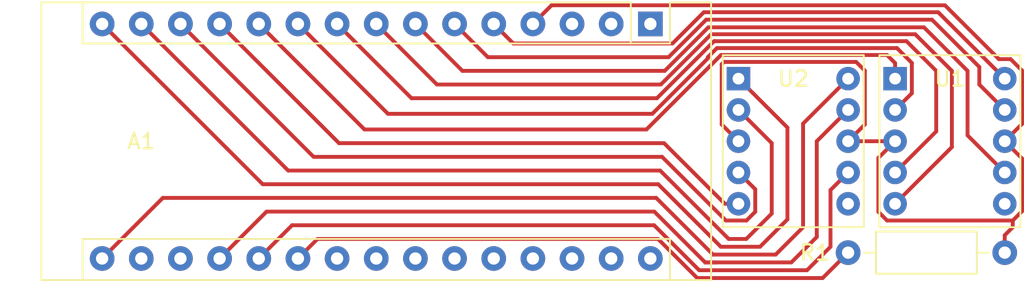
<source format=kicad_pcb>
(kicad_pcb (version 20171130) (host pcbnew 5.1.4)

  (general
    (thickness 1.6)
    (drawings 0)
    (tracks 141)
    (zones 0)
    (modules 4)
    (nets 33)
  )

  (page A4)
  (layers
    (0 F.Cu signal)
    (31 B.Cu signal)
    (32 B.Adhes user)
    (33 F.Adhes user)
    (34 B.Paste user)
    (35 F.Paste user)
    (36 B.SilkS user)
    (37 F.SilkS user)
    (38 B.Mask user)
    (39 F.Mask user)
    (40 Dwgs.User user)
    (41 Cmts.User user)
    (42 Eco1.User user)
    (43 Eco2.User user)
    (44 Edge.Cuts user)
    (45 Margin user)
    (46 B.CrtYd user)
    (47 F.CrtYd user)
    (48 B.Fab user)
    (49 F.Fab user)
  )

  (setup
    (last_trace_width 0.25)
    (trace_clearance 0.2)
    (zone_clearance 0.508)
    (zone_45_only no)
    (trace_min 0.2)
    (via_size 0.8)
    (via_drill 0.4)
    (via_min_size 0.4)
    (via_min_drill 0.3)
    (uvia_size 0.3)
    (uvia_drill 0.1)
    (uvias_allowed no)
    (uvia_min_size 0.2)
    (uvia_min_drill 0.1)
    (edge_width 0.05)
    (segment_width 0.2)
    (pcb_text_width 0.3)
    (pcb_text_size 1.5 1.5)
    (mod_edge_width 0.12)
    (mod_text_size 1 1)
    (mod_text_width 0.15)
    (pad_size 1.524 1.524)
    (pad_drill 0.762)
    (pad_to_mask_clearance 0.051)
    (solder_mask_min_width 0.25)
    (aux_axis_origin 0 0)
    (visible_elements FFFFFF7F)
    (pcbplotparams
      (layerselection 0x010fc_ffffffff)
      (usegerberextensions false)
      (usegerberattributes false)
      (usegerberadvancedattributes false)
      (creategerberjobfile false)
      (excludeedgelayer true)
      (linewidth 0.100000)
      (plotframeref false)
      (viasonmask false)
      (mode 1)
      (useauxorigin false)
      (hpglpennumber 1)
      (hpglpenspeed 20)
      (hpglpendiameter 15.000000)
      (psnegative false)
      (psa4output false)
      (plotreference true)
      (plotvalue true)
      (plotinvisibletext false)
      (padsonsilk false)
      (subtractmaskfromsilk false)
      (outputformat 1)
      (mirror false)
      (drillshape 1)
      (scaleselection 1)
      (outputdirectory ""))
  )

  (net 0 "")
  (net 1 deci_F)
  (net 2 GND)
  (net 3 deci_G)
  (net 4 unit_A)
  (net 5 "Net-(A1-Pad21)")
  (net 6 unit_B)
  (net 7 unit_C)
  (net 8 unit_D)
  (net 9 unit_E)
  (net 10 unit_F)
  (net 11 unit_G)
  (net 12 deci_A)
  (net 13 deci_B)
  (net 14 deci_C)
  (net 15 deci_D)
  (net 16 deci_E)
  (net 17 "Net-(A1-Pad1)")
  (net 18 "Net-(A1-Pad17)")
  (net 19 "Net-(A1-Pad2)")
  (net 20 "Net-(A1-Pad18)")
  (net 21 "Net-(A1-Pad3)")
  (net 22 "Net-(A1-Pad22)")
  (net 23 "Net-(A1-Pad23)")
  (net 24 "Net-(A1-Pad24)")
  (net 25 "Net-(A1-Pad25)")
  (net 26 "Net-(A1-Pad26)")
  (net 27 "Net-(A1-Pad27)")
  (net 28 "Net-(A1-Pad28)")
  (net 29 "Net-(A1-Pad29)")
  (net 30 "Net-(A1-Pad30)")
  (net 31 "Net-(U1-Pad9)")
  (net 32 "Net-(U2-Pad9)")

  (net_class Default "This is the default net class."
    (clearance 0.2)
    (trace_width 0.25)
    (via_dia 0.8)
    (via_drill 0.4)
    (uvia_dia 0.3)
    (uvia_drill 0.1)
    (add_net GND)
    (add_net "Net-(A1-Pad1)")
    (add_net "Net-(A1-Pad17)")
    (add_net "Net-(A1-Pad18)")
    (add_net "Net-(A1-Pad2)")
    (add_net "Net-(A1-Pad21)")
    (add_net "Net-(A1-Pad22)")
    (add_net "Net-(A1-Pad23)")
    (add_net "Net-(A1-Pad24)")
    (add_net "Net-(A1-Pad25)")
    (add_net "Net-(A1-Pad26)")
    (add_net "Net-(A1-Pad27)")
    (add_net "Net-(A1-Pad28)")
    (add_net "Net-(A1-Pad29)")
    (add_net "Net-(A1-Pad3)")
    (add_net "Net-(A1-Pad30)")
    (add_net "Net-(U1-Pad9)")
    (add_net "Net-(U2-Pad9)")
    (add_net deci_A)
    (add_net deci_B)
    (add_net deci_C)
    (add_net deci_D)
    (add_net deci_E)
    (add_net deci_F)
    (add_net deci_G)
    (add_net unit_A)
    (add_net unit_B)
    (add_net unit_C)
    (add_net unit_D)
    (add_net unit_E)
    (add_net unit_F)
    (add_net unit_G)
  )

  (module Module:Arduino_Nano (layer F.Cu) (tedit 58ACAF70) (tstamp 5DC7259B)
    (at 144.78 95.25 270)
    (descr "Arduino Nano, http://www.mouser.com/pdfdocs/Gravitech_Arduino_Nano3_0.pdf")
    (tags "Arduino Nano")
    (path /5DB6812A)
    (fp_text reference A1 (at 7.62 33.02) (layer F.SilkS)
      (effects (font (size 1 1) (thickness 0.15)))
    )
    (fp_text value Arduino_Nano_v2.x (at 8.89 19.05) (layer F.Fab)
      (effects (font (size 1 1) (thickness 0.15)))
    )
    (fp_text user %R (at 6.35 19.05) (layer F.Fab)
      (effects (font (size 1 1) (thickness 0.15)))
    )
    (fp_line (start 1.27 1.27) (end 1.27 -1.27) (layer F.SilkS) (width 0.12))
    (fp_line (start 1.27 -1.27) (end -1.4 -1.27) (layer F.SilkS) (width 0.12))
    (fp_line (start -1.4 1.27) (end -1.4 39.5) (layer F.SilkS) (width 0.12))
    (fp_line (start -1.4 -3.94) (end -1.4 -1.27) (layer F.SilkS) (width 0.12))
    (fp_line (start 13.97 -1.27) (end 16.64 -1.27) (layer F.SilkS) (width 0.12))
    (fp_line (start 13.97 -1.27) (end 13.97 36.83) (layer F.SilkS) (width 0.12))
    (fp_line (start 13.97 36.83) (end 16.64 36.83) (layer F.SilkS) (width 0.12))
    (fp_line (start 1.27 1.27) (end -1.4 1.27) (layer F.SilkS) (width 0.12))
    (fp_line (start 1.27 1.27) (end 1.27 36.83) (layer F.SilkS) (width 0.12))
    (fp_line (start 1.27 36.83) (end -1.4 36.83) (layer F.SilkS) (width 0.12))
    (fp_line (start 3.81 31.75) (end 11.43 31.75) (layer F.Fab) (width 0.1))
    (fp_line (start 11.43 31.75) (end 11.43 41.91) (layer F.Fab) (width 0.1))
    (fp_line (start 11.43 41.91) (end 3.81 41.91) (layer F.Fab) (width 0.1))
    (fp_line (start 3.81 41.91) (end 3.81 31.75) (layer F.Fab) (width 0.1))
    (fp_line (start -1.4 39.5) (end 16.64 39.5) (layer F.SilkS) (width 0.12))
    (fp_line (start 16.64 39.5) (end 16.64 -3.94) (layer F.SilkS) (width 0.12))
    (fp_line (start 16.64 -3.94) (end -1.4 -3.94) (layer F.SilkS) (width 0.12))
    (fp_line (start 16.51 39.37) (end -1.27 39.37) (layer F.Fab) (width 0.1))
    (fp_line (start -1.27 39.37) (end -1.27 -2.54) (layer F.Fab) (width 0.1))
    (fp_line (start -1.27 -2.54) (end 0 -3.81) (layer F.Fab) (width 0.1))
    (fp_line (start 0 -3.81) (end 16.51 -3.81) (layer F.Fab) (width 0.1))
    (fp_line (start 16.51 -3.81) (end 16.51 39.37) (layer F.Fab) (width 0.1))
    (fp_line (start -1.53 -4.06) (end 16.75 -4.06) (layer F.CrtYd) (width 0.05))
    (fp_line (start -1.53 -4.06) (end -1.53 42.16) (layer F.CrtYd) (width 0.05))
    (fp_line (start 16.75 42.16) (end 16.75 -4.06) (layer F.CrtYd) (width 0.05))
    (fp_line (start 16.75 42.16) (end -1.53 42.16) (layer F.CrtYd) (width 0.05))
    (pad 1 thru_hole rect (at 0 0 270) (size 1.6 1.6) (drill 0.8) (layers *.Cu *.Mask)
      (net 17 "Net-(A1-Pad1)"))
    (pad 17 thru_hole oval (at 15.24 33.02 270) (size 1.6 1.6) (drill 0.8) (layers *.Cu *.Mask)
      (net 18 "Net-(A1-Pad17)"))
    (pad 2 thru_hole oval (at 0 2.54 270) (size 1.6 1.6) (drill 0.8) (layers *.Cu *.Mask)
      (net 19 "Net-(A1-Pad2)"))
    (pad 18 thru_hole oval (at 15.24 30.48 270) (size 1.6 1.6) (drill 0.8) (layers *.Cu *.Mask)
      (net 20 "Net-(A1-Pad18)"))
    (pad 3 thru_hole oval (at 0 5.08 270) (size 1.6 1.6) (drill 0.8) (layers *.Cu *.Mask)
      (net 21 "Net-(A1-Pad3)"))
    (pad 19 thru_hole oval (at 15.24 27.94 270) (size 1.6 1.6) (drill 0.8) (layers *.Cu *.Mask)
      (net 13 deci_B))
    (pad 4 thru_hole oval (at 0 7.62 270) (size 1.6 1.6) (drill 0.8) (layers *.Cu *.Mask)
      (net 2 GND))
    (pad 20 thru_hole oval (at 15.24 25.4 270) (size 1.6 1.6) (drill 0.8) (layers *.Cu *.Mask)
      (net 14 deci_C))
    (pad 5 thru_hole oval (at 0 10.16 270) (size 1.6 1.6) (drill 0.8) (layers *.Cu *.Mask)
      (net 4 unit_A))
    (pad 21 thru_hole oval (at 15.24 22.86 270) (size 1.6 1.6) (drill 0.8) (layers *.Cu *.Mask)
      (net 5 "Net-(A1-Pad21)"))
    (pad 6 thru_hole oval (at 0 12.7 270) (size 1.6 1.6) (drill 0.8) (layers *.Cu *.Mask)
      (net 6 unit_B))
    (pad 22 thru_hole oval (at 15.24 20.32 270) (size 1.6 1.6) (drill 0.8) (layers *.Cu *.Mask)
      (net 22 "Net-(A1-Pad22)"))
    (pad 7 thru_hole oval (at 0 15.24 270) (size 1.6 1.6) (drill 0.8) (layers *.Cu *.Mask)
      (net 7 unit_C))
    (pad 23 thru_hole oval (at 15.24 17.78 270) (size 1.6 1.6) (drill 0.8) (layers *.Cu *.Mask)
      (net 23 "Net-(A1-Pad23)"))
    (pad 8 thru_hole oval (at 0 17.78 270) (size 1.6 1.6) (drill 0.8) (layers *.Cu *.Mask)
      (net 8 unit_D))
    (pad 24 thru_hole oval (at 15.24 15.24 270) (size 1.6 1.6) (drill 0.8) (layers *.Cu *.Mask)
      (net 24 "Net-(A1-Pad24)"))
    (pad 9 thru_hole oval (at 0 20.32 270) (size 1.6 1.6) (drill 0.8) (layers *.Cu *.Mask)
      (net 9 unit_E))
    (pad 25 thru_hole oval (at 15.24 12.7 270) (size 1.6 1.6) (drill 0.8) (layers *.Cu *.Mask)
      (net 25 "Net-(A1-Pad25)"))
    (pad 10 thru_hole oval (at 0 22.86 270) (size 1.6 1.6) (drill 0.8) (layers *.Cu *.Mask)
      (net 10 unit_F))
    (pad 26 thru_hole oval (at 15.24 10.16 270) (size 1.6 1.6) (drill 0.8) (layers *.Cu *.Mask)
      (net 26 "Net-(A1-Pad26)"))
    (pad 11 thru_hole oval (at 0 25.4 270) (size 1.6 1.6) (drill 0.8) (layers *.Cu *.Mask)
      (net 11 unit_G))
    (pad 27 thru_hole oval (at 15.24 7.62 270) (size 1.6 1.6) (drill 0.8) (layers *.Cu *.Mask)
      (net 27 "Net-(A1-Pad27)"))
    (pad 12 thru_hole oval (at 0 27.94 270) (size 1.6 1.6) (drill 0.8) (layers *.Cu *.Mask)
      (net 15 deci_D))
    (pad 28 thru_hole oval (at 15.24 5.08 270) (size 1.6 1.6) (drill 0.8) (layers *.Cu *.Mask)
      (net 28 "Net-(A1-Pad28)"))
    (pad 13 thru_hole oval (at 0 30.48 270) (size 1.6 1.6) (drill 0.8) (layers *.Cu *.Mask)
      (net 16 deci_E))
    (pad 29 thru_hole oval (at 15.24 2.54 270) (size 1.6 1.6) (drill 0.8) (layers *.Cu *.Mask)
      (net 29 "Net-(A1-Pad29)"))
    (pad 14 thru_hole oval (at 0 33.02 270) (size 1.6 1.6) (drill 0.8) (layers *.Cu *.Mask)
      (net 1 deci_F))
    (pad 30 thru_hole oval (at 15.24 0 270) (size 1.6 1.6) (drill 0.8) (layers *.Cu *.Mask)
      (net 30 "Net-(A1-Pad30)"))
    (pad 15 thru_hole oval (at 0 35.56 270) (size 1.6 1.6) (drill 0.8) (layers *.Cu *.Mask)
      (net 3 deci_G))
    (pad 16 thru_hole oval (at 15.24 35.56 270) (size 1.6 1.6) (drill 0.8) (layers *.Cu *.Mask)
      (net 12 deci_A))
    (model ${KISYS3DMOD}/Module.3dshapes/Arduino_Nano_WithMountingHoles.wrl
      (at (xyz 0 0 0))
      (scale (xyz 1 1 1))
      (rotate (xyz 0 0 0))
    )
  )

  (module Resistor_THT:R_Axial_DIN0207_L6.3mm_D2.5mm_P10.16mm_Horizontal (layer F.Cu) (tedit 5AE5139B) (tstamp 5DC750BF)
    (at 157.607 110.109)
    (descr "Resistor, Axial_DIN0207 series, Axial, Horizontal, pin pitch=10.16mm, 0.25W = 1/4W, length*diameter=6.3*2.5mm^2, http://cdn-reichelt.de/documents/datenblatt/B400/1_4W%23YAG.pdf")
    (tags "Resistor Axial_DIN0207 series Axial Horizontal pin pitch 10.16mm 0.25W = 1/4W length 6.3mm diameter 2.5mm")
    (path /5DB636F7)
    (fp_text reference R1 (at -2.159 0) (layer F.SilkS)
      (effects (font (size 1 1) (thickness 0.15)))
    )
    (fp_text value 1k (at 5.08 2.37) (layer F.Fab)
      (effects (font (size 1 1) (thickness 0.15)))
    )
    (fp_line (start 1.93 -1.25) (end 1.93 1.25) (layer F.Fab) (width 0.1))
    (fp_line (start 1.93 1.25) (end 8.23 1.25) (layer F.Fab) (width 0.1))
    (fp_line (start 8.23 1.25) (end 8.23 -1.25) (layer F.Fab) (width 0.1))
    (fp_line (start 8.23 -1.25) (end 1.93 -1.25) (layer F.Fab) (width 0.1))
    (fp_line (start 0 0) (end 1.93 0) (layer F.Fab) (width 0.1))
    (fp_line (start 10.16 0) (end 8.23 0) (layer F.Fab) (width 0.1))
    (fp_line (start 1.81 -1.37) (end 1.81 1.37) (layer F.SilkS) (width 0.12))
    (fp_line (start 1.81 1.37) (end 8.35 1.37) (layer F.SilkS) (width 0.12))
    (fp_line (start 8.35 1.37) (end 8.35 -1.37) (layer F.SilkS) (width 0.12))
    (fp_line (start 8.35 -1.37) (end 1.81 -1.37) (layer F.SilkS) (width 0.12))
    (fp_line (start 1.04 0) (end 1.81 0) (layer F.SilkS) (width 0.12))
    (fp_line (start 9.12 0) (end 8.35 0) (layer F.SilkS) (width 0.12))
    (fp_line (start -1.05 -1.5) (end -1.05 1.5) (layer F.CrtYd) (width 0.05))
    (fp_line (start -1.05 1.5) (end 11.21 1.5) (layer F.CrtYd) (width 0.05))
    (fp_line (start 11.21 1.5) (end 11.21 -1.5) (layer F.CrtYd) (width 0.05))
    (fp_line (start 11.21 -1.5) (end -1.05 -1.5) (layer F.CrtYd) (width 0.05))
    (fp_text user %R (at 5.08 0) (layer F.Fab)
      (effects (font (size 1 1) (thickness 0.15)))
    )
    (pad 1 thru_hole circle (at 0 0) (size 1.6 1.6) (drill 0.8) (layers *.Cu *.Mask)
      (net 5 "Net-(A1-Pad21)"))
    (pad 2 thru_hole oval (at 10.16 0) (size 1.6 1.6) (drill 0.8) (layers *.Cu *.Mask)
      (net 2 GND))
    (model ${KISYS3DMOD}/Resistor_THT.3dshapes/R_Axial_DIN0207_L6.3mm_D2.5mm_P10.16mm_Horizontal.wrl
      (at (xyz 0 0 0))
      (scale (xyz 1 1 1))
      (rotate (xyz 0 0 0))
    )
  )

  (module grip:CAI3191AH (layer F.Cu) (tedit 5DBF0BB5) (tstamp 5DC6F54F)
    (at 160.655 98.806)
    (path /5DB5FD5E)
    (fp_text reference U1 (at 3.556 0) (layer F.SilkS)
      (effects (font (size 1 1) (thickness 0.15)))
    )
    (fp_text value MAN71A (at 3.556 10.668) (layer F.Fab)
      (effects (font (size 1 1) (thickness 0.15)))
    )
    (fp_line (start -1.016 -1.524) (end 8.128 -1.524) (layer F.SilkS) (width 0.12))
    (fp_line (start 8.128 -1.524) (end 8.128 9.652) (layer F.SilkS) (width 0.12))
    (fp_line (start 8.128 9.652) (end -1.016 9.652) (layer F.SilkS) (width 0.12))
    (fp_line (start -1.016 9.652) (end -1.016 -1.524) (layer F.SilkS) (width 0.12))
    (pad 11 thru_hole rect (at 0 0) (size 1.524 1.524) (drill 0.762) (layers *.Cu *.Mask)
      (net 11 unit_G))
    (pad 1 thru_hole circle (at 7.112 0) (size 1.524 1.524) (drill 0.762) (layers *.Cu *.Mask)
      (net 4 unit_A))
    (pad 2 thru_hole circle (at 0 2.032) (size 1.524 1.524) (drill 0.762) (layers *.Cu *.Mask)
      (net 10 unit_F))
    (pad 13 thru_hole circle (at 7.112 2.032) (size 1.524 1.524) (drill 0.762) (layers *.Cu *.Mask)
      (net 6 unit_B))
    (pad 3 thru_hole circle (at 0 4.064) (size 1.524 1.524) (drill 0.762) (layers *.Cu *.Mask)
      (net 2 GND))
    (pad 14 thru_hole circle (at 7.112 4.064) (size 1.524 1.524) (drill 0.762) (layers *.Cu *.Mask)
      (net 2 GND))
    (pad 7 thru_hole circle (at 0 6.096) (size 1.524 1.524) (drill 0.762) (layers *.Cu *.Mask)
      (net 9 unit_E))
    (pad 10 thru_hole circle (at 7.112 6.096) (size 1.524 1.524) (drill 0.762) (layers *.Cu *.Mask)
      (net 7 unit_C))
    (pad 8 thru_hole circle (at 0 8.128) (size 1.524 1.524) (drill 0.762) (layers *.Cu *.Mask)
      (net 8 unit_D))
    (pad 9 thru_hole circle (at 7.112 8.128) (size 1.524 1.524) (drill 0.762) (layers *.Cu *.Mask)
      (net 31 "Net-(U1-Pad9)"))
  )

  (module grip:CAI3191AH (layer F.Cu) (tedit 5DBF0BB5) (tstamp 5DC7114D)
    (at 150.495 98.806)
    (path /5DB5EAD7)
    (fp_text reference U2 (at 3.556 0) (layer F.SilkS)
      (effects (font (size 1 1) (thickness 0.15)))
    )
    (fp_text value MAN71A (at 3.556 10.668) (layer F.Fab)
      (effects (font (size 1 1) (thickness 0.15)))
    )
    (fp_line (start -1.016 9.652) (end -1.016 -1.524) (layer F.SilkS) (width 0.12))
    (fp_line (start 8.128 9.652) (end -1.016 9.652) (layer F.SilkS) (width 0.12))
    (fp_line (start 8.128 -1.524) (end 8.128 9.652) (layer F.SilkS) (width 0.12))
    (fp_line (start -1.016 -1.524) (end 8.128 -1.524) (layer F.SilkS) (width 0.12))
    (pad 9 thru_hole circle (at 7.112 8.128) (size 1.524 1.524) (drill 0.762) (layers *.Cu *.Mask)
      (net 32 "Net-(U2-Pad9)"))
    (pad 8 thru_hole circle (at 0 8.128) (size 1.524 1.524) (drill 0.762) (layers *.Cu *.Mask)
      (net 15 deci_D))
    (pad 10 thru_hole circle (at 7.112 6.096) (size 1.524 1.524) (drill 0.762) (layers *.Cu *.Mask)
      (net 14 deci_C))
    (pad 7 thru_hole circle (at 0 6.096) (size 1.524 1.524) (drill 0.762) (layers *.Cu *.Mask)
      (net 16 deci_E))
    (pad 14 thru_hole circle (at 7.112 4.064) (size 1.524 1.524) (drill 0.762) (layers *.Cu *.Mask)
      (net 2 GND))
    (pad 3 thru_hole circle (at 0 4.064) (size 1.524 1.524) (drill 0.762) (layers *.Cu *.Mask)
      (net 2 GND))
    (pad 13 thru_hole circle (at 7.112 2.032) (size 1.524 1.524) (drill 0.762) (layers *.Cu *.Mask)
      (net 13 deci_B))
    (pad 2 thru_hole circle (at 0 2.032) (size 1.524 1.524) (drill 0.762) (layers *.Cu *.Mask)
      (net 1 deci_F))
    (pad 1 thru_hole circle (at 7.112 0) (size 1.524 1.524) (drill 0.762) (layers *.Cu *.Mask)
      (net 12 deci_A))
    (pad 11 thru_hole rect (at 0 0) (size 1.524 1.524) (drill 0.762) (layers *.Cu *.Mask)
      (net 3 deci_G))
  )

  (segment (start 112.559999 96.049999) (end 111.76 95.25) (width 0.25) (layer F.Cu) (net 1))
  (segment (start 145.415 104.775) (end 121.285 104.775) (width 0.25) (layer F.Cu) (net 1))
  (segment (start 152.654 102.997) (end 152.654 107.569) (width 0.25) (layer F.Cu) (net 1))
  (segment (start 121.285 104.775) (end 112.559999 96.049999) (width 0.25) (layer F.Cu) (net 1))
  (segment (start 151.003 109.22) (end 149.86 109.22) (width 0.25) (layer F.Cu) (net 1))
  (segment (start 150.495 100.838) (end 152.654 102.997) (width 0.25) (layer F.Cu) (net 1))
  (segment (start 149.86 109.22) (end 145.415 104.775) (width 0.25) (layer F.Cu) (net 1))
  (segment (start 152.654 107.569) (end 151.003 109.22) (width 0.25) (layer F.Cu) (net 1))
  (segment (start 159.567999 103.957001) (end 160.655 102.87) (width 0.25) (layer F.Cu) (net 2))
  (segment (start 157.607 102.87) (end 160.655 102.87) (width 0.25) (layer F.Cu) (net 2))
  (segment (start 159.567999 107.455761) (end 159.567999 103.957001) (width 0.25) (layer F.Cu) (net 2))
  (segment (start 168.288761 108.021001) (end 160.133239 108.021001) (width 0.25) (layer F.Cu) (net 2))
  (segment (start 160.133239 108.021001) (end 159.567999 107.455761) (width 0.25) (layer F.Cu) (net 2))
  (segment (start 158.368999 102.108001) (end 157.607 102.87) (width 0.25) (layer F.Cu) (net 2))
  (segment (start 149.55141 97.719) (end 158.128762 97.719) (width 0.25) (layer F.Cu) (net 2))
  (segment (start 158.128762 97.719) (end 158.694001 98.284239) (width 0.25) (layer F.Cu) (net 2))
  (segment (start 150.495 102.87) (end 149.407999 101.782999) (width 0.25) (layer F.Cu) (net 2))
  (segment (start 158.694001 98.284239) (end 158.694001 101.782999) (width 0.25) (layer F.Cu) (net 2))
  (segment (start 149.407999 97.862411) (end 149.55141 97.719) (width 0.25) (layer F.Cu) (net 2))
  (segment (start 158.694001 101.782999) (end 158.368999 102.108001) (width 0.25) (layer F.Cu) (net 2))
  (segment (start 149.407999 101.782999) (end 149.407999 97.862411) (width 0.25) (layer F.Cu) (net 2))
  (segment (start 168.288761 108.455869) (end 168.288761 108.021001) (width 0.25) (layer F.Cu) (net 2))
  (segment (start 167.767 108.97763) (end 168.288761 108.455869) (width 0.25) (layer F.Cu) (net 2))
  (segment (start 167.767 110.109) (end 167.767 108.97763) (width 0.25) (layer F.Cu) (net 2))
  (segment (start 168.91 104.013) (end 168.91 107.399762) (width 0.25) (layer F.Cu) (net 2))
  (segment (start 167.767 102.87) (end 168.91 104.013) (width 0.25) (layer F.Cu) (net 2))
  (segment (start 168.91 107.399762) (end 168.288761 108.021001) (width 0.25) (layer F.Cu) (net 2))
  (segment (start 168.91 98.298) (end 168.148 97.536) (width 0.25) (layer F.Cu) (net 2))
  (segment (start 168.91 101.727) (end 168.91 98.298) (width 0.25) (layer F.Cu) (net 2))
  (segment (start 167.767 102.87) (end 168.91 101.727) (width 0.25) (layer F.Cu) (net 2))
  (segment (start 167.386 97.536) (end 163.887991 94.037991) (width 0.25) (layer F.Cu) (net 2))
  (segment (start 168.148 97.536) (end 167.386 97.536) (width 0.25) (layer F.Cu) (net 2))
  (segment (start 163.887991 94.037991) (end 138.372009 94.037991) (width 0.25) (layer F.Cu) (net 2))
  (segment (start 138.372009 94.037991) (end 137.16 95.25) (width 0.25) (layer F.Cu) (net 2))
  (segment (start 145.288 105.664) (end 119.634 105.664) (width 0.25) (layer F.Cu) (net 3))
  (segment (start 153.67 101.981) (end 153.67 107.95) (width 0.25) (layer F.Cu) (net 3))
  (segment (start 110.019999 96.049999) (end 109.22 95.25) (width 0.25) (layer F.Cu) (net 3))
  (segment (start 150.495 98.806) (end 153.67 101.981) (width 0.25) (layer F.Cu) (net 3))
  (segment (start 153.67 107.95) (end 151.892 109.728) (width 0.25) (layer F.Cu) (net 3))
  (segment (start 119.634 105.664) (end 110.019999 96.049999) (width 0.25) (layer F.Cu) (net 3))
  (segment (start 151.892 109.728) (end 149.352 109.728) (width 0.25) (layer F.Cu) (net 3))
  (segment (start 149.352 109.728) (end 145.288 105.664) (width 0.25) (layer F.Cu) (net 3))
  (segment (start 135.419999 96.049999) (end 134.62 95.25) (width 0.25) (layer F.Cu) (net 4))
  (segment (start 163.449 94.488) (end 148.249121 94.488) (width 0.25) (layer F.Cu) (net 4))
  (segment (start 167.767 98.806) (end 163.449 94.488) (width 0.25) (layer F.Cu) (net 4))
  (segment (start 146.217121 96.52) (end 135.89 96.52) (width 0.25) (layer F.Cu) (net 4))
  (segment (start 148.249121 94.488) (end 146.217121 96.52) (width 0.25) (layer F.Cu) (net 4))
  (segment (start 135.89 96.52) (end 135.419999 96.049999) (width 0.25) (layer F.Cu) (net 4))
  (segment (start 155.956 111.76) (end 157.607 110.109) (width 0.25) (layer F.Cu) (net 5))
  (segment (start 147.818127 111.76) (end 155.956 111.76) (width 0.25) (layer F.Cu) (net 5))
  (segment (start 121.92 110.49) (end 123.19 109.22) (width 0.25) (layer F.Cu) (net 5))
  (segment (start 145.278127 109.22) (end 147.818127 111.76) (width 0.25) (layer F.Cu) (net 5))
  (segment (start 123.19 109.22) (end 145.278127 109.22) (width 0.25) (layer F.Cu) (net 5))
  (segment (start 167.005001 100.076001) (end 167.767 100.838) (width 0.25) (layer F.Cu) (net 6))
  (segment (start 166.116 99.187) (end 167.005001 100.076001) (width 0.25) (layer F.Cu) (net 6))
  (segment (start 134.239 97.409) (end 145.964533 97.409) (width 0.25) (layer F.Cu) (net 6))
  (segment (start 148.399571 94.973962) (end 163.045962 94.973962) (width 0.25) (layer F.Cu) (net 6))
  (segment (start 132.08 95.25) (end 134.239 97.409) (width 0.25) (layer F.Cu) (net 6))
  (segment (start 166.116 98.044) (end 166.116 99.187) (width 0.25) (layer F.Cu) (net 6))
  (segment (start 145.964533 97.409) (end 148.399571 94.973962) (width 0.25) (layer F.Cu) (net 6))
  (segment (start 163.045962 94.973962) (end 166.116 98.044) (width 0.25) (layer F.Cu) (net 6))
  (segment (start 130.339999 96.049999) (end 129.54 95.25) (width 0.25) (layer F.Cu) (net 7))
  (segment (start 132.588 98.298) (end 130.339999 96.049999) (width 0.25) (layer F.Cu) (net 7))
  (segment (start 145.711944 98.298) (end 132.588 98.298) (width 0.25) (layer F.Cu) (net 7))
  (segment (start 167.767 104.902) (end 165.354 102.489) (width 0.25) (layer F.Cu) (net 7))
  (segment (start 165.354 98.298) (end 162.524949 95.468949) (width 0.25) (layer F.Cu) (net 7))
  (segment (start 165.354 102.489) (end 165.354 98.298) (width 0.25) (layer F.Cu) (net 7))
  (segment (start 162.524949 95.468949) (end 148.540995 95.468949) (width 0.25) (layer F.Cu) (net 7))
  (segment (start 148.540995 95.468949) (end 145.711944 98.298) (width 0.25) (layer F.Cu) (net 7))
  (segment (start 127.799999 96.049999) (end 127 95.25) (width 0.25) (layer F.Cu) (net 8))
  (segment (start 130.937 99.187) (end 127.799999 96.049999) (width 0.25) (layer F.Cu) (net 8))
  (segment (start 145.459355 99.187) (end 130.937 99.187) (width 0.25) (layer F.Cu) (net 8))
  (segment (start 161.95896 95.91896) (end 148.727395 95.91896) (width 0.25) (layer F.Cu) (net 8))
  (segment (start 164.338 103.251) (end 164.338 98.298) (width 0.25) (layer F.Cu) (net 8))
  (segment (start 160.655 106.934) (end 164.338 103.251) (width 0.25) (layer F.Cu) (net 8))
  (segment (start 148.727395 95.91896) (end 145.459355 99.187) (width 0.25) (layer F.Cu) (net 8))
  (segment (start 164.338 98.298) (end 161.95896 95.91896) (width 0.25) (layer F.Cu) (net 8))
  (segment (start 161.392967 96.368967) (end 148.995033 96.368967) (width 0.25) (layer F.Cu) (net 9))
  (segment (start 163.322 98.298) (end 161.392967 96.368967) (width 0.25) (layer F.Cu) (net 9))
  (segment (start 160.655 104.902) (end 163.322 102.235) (width 0.25) (layer F.Cu) (net 9))
  (segment (start 163.322 102.235) (end 163.322 98.298) (width 0.25) (layer F.Cu) (net 9))
  (segment (start 125.259999 96.049999) (end 124.46 95.25) (width 0.25) (layer F.Cu) (net 9))
  (segment (start 148.992211 96.368967) (end 148.913799 96.368967) (width 0.25) (layer F.Cu) (net 9))
  (segment (start 129.286 100.076) (end 125.259999 96.049999) (width 0.25) (layer F.Cu) (net 9))
  (segment (start 145.206766 100.076) (end 129.286 100.076) (width 0.25) (layer F.Cu) (net 9))
  (segment (start 148.913799 96.368967) (end 145.206766 100.076) (width 0.25) (layer F.Cu) (net 9))
  (segment (start 161.742001 99.750999) (end 161.742001 97.784001) (width 0.25) (layer F.Cu) (net 10))
  (segment (start 149.100197 96.81898) (end 148.507977 97.411199) (width 0.25) (layer F.Cu) (net 10))
  (segment (start 160.77698 96.81898) (end 149.100197 96.81898) (width 0.25) (layer F.Cu) (net 10))
  (segment (start 144.90559 101.092) (end 127.762 101.092) (width 0.25) (layer F.Cu) (net 10))
  (segment (start 148.507977 97.411199) (end 148.507977 97.489613) (width 0.25) (layer F.Cu) (net 10))
  (segment (start 161.742001 97.784001) (end 160.77698 96.81898) (width 0.25) (layer F.Cu) (net 10))
  (segment (start 148.507977 97.489613) (end 144.90559 101.092) (width 0.25) (layer F.Cu) (net 10))
  (segment (start 127.762 101.092) (end 122.719999 96.049999) (width 0.25) (layer F.Cu) (net 10))
  (segment (start 122.719999 96.049999) (end 121.92 95.25) (width 0.25) (layer F.Cu) (net 10))
  (segment (start 160.655 100.838) (end 161.742001 99.750999) (width 0.25) (layer F.Cu) (net 10))
  (segment (start 149.365011 97.268989) (end 144.526 102.108) (width 0.25) (layer F.Cu) (net 11))
  (segment (start 160.129989 97.268989) (end 149.365011 97.268989) (width 0.25) (layer F.Cu) (net 11))
  (segment (start 160.655 98.806) (end 160.655 97.794) (width 0.25) (layer F.Cu) (net 11))
  (segment (start 120.179999 96.049999) (end 119.38 95.25) (width 0.25) (layer F.Cu) (net 11))
  (segment (start 160.655 97.794) (end 160.129989 97.268989) (width 0.25) (layer F.Cu) (net 11))
  (segment (start 126.238 102.108) (end 120.179999 96.049999) (width 0.25) (layer F.Cu) (net 11))
  (segment (start 144.526 102.108) (end 126.238 102.108) (width 0.25) (layer F.Cu) (net 11))
  (segment (start 154.686 108.458) (end 154.686 101.727) (width 0.25) (layer F.Cu) (net 12))
  (segment (start 156.845001 99.567999) (end 157.607 98.806) (width 0.25) (layer F.Cu) (net 12))
  (segment (start 154.686 101.727) (end 156.845001 99.567999) (width 0.25) (layer F.Cu) (net 12))
  (segment (start 113.157 106.553) (end 145.161 106.553) (width 0.25) (layer F.Cu) (net 12))
  (segment (start 109.22 110.49) (end 113.157 106.553) (width 0.25) (layer F.Cu) (net 12))
  (segment (start 145.161 106.553) (end 148.844 110.236) (width 0.25) (layer F.Cu) (net 12))
  (segment (start 152.908 110.236) (end 154.686 108.458) (width 0.25) (layer F.Cu) (net 12))
  (segment (start 148.844 110.236) (end 152.908 110.236) (width 0.25) (layer F.Cu) (net 12))
  (segment (start 148.336 110.744) (end 149.098 110.744) (width 0.25) (layer F.Cu) (net 13))
  (segment (start 145.034 107.442) (end 148.336 110.744) (width 0.25) (layer F.Cu) (net 13))
  (segment (start 116.84 110.49) (end 119.888 107.442) (width 0.25) (layer F.Cu) (net 13))
  (segment (start 119.888 107.442) (end 145.034 107.442) (width 0.25) (layer F.Cu) (net 13))
  (segment (start 156.845001 101.599999) (end 157.607 100.838) (width 0.25) (layer F.Cu) (net 13))
  (segment (start 155.575 102.87) (end 156.845001 101.599999) (width 0.25) (layer F.Cu) (net 13))
  (segment (start 155.575 109.093) (end 155.575 102.87) (width 0.25) (layer F.Cu) (net 13))
  (segment (start 148.336 110.744) (end 153.924 110.744) (width 0.25) (layer F.Cu) (net 13))
  (segment (start 153.924 110.744) (end 155.575 109.093) (width 0.25) (layer F.Cu) (net 13))
  (segment (start 156.845001 105.663999) (end 157.607 104.902) (width 0.25) (layer F.Cu) (net 14))
  (segment (start 156.464 106.045) (end 156.845001 105.663999) (width 0.25) (layer F.Cu) (net 14))
  (segment (start 121.539 108.331) (end 145.025537 108.331) (width 0.25) (layer F.Cu) (net 14))
  (segment (start 119.38 110.49) (end 121.539 108.331) (width 0.25) (layer F.Cu) (net 14))
  (segment (start 145.025537 108.331) (end 147.946537 111.252) (width 0.25) (layer F.Cu) (net 14))
  (segment (start 156.464 109.728) (end 156.464 106.045) (width 0.25) (layer F.Cu) (net 14))
  (segment (start 147.946537 111.252) (end 154.94 111.252) (width 0.25) (layer F.Cu) (net 14))
  (segment (start 154.94 111.252) (end 156.464 109.728) (width 0.25) (layer F.Cu) (net 14))
  (segment (start 117.639999 96.049999) (end 116.84 95.25) (width 0.25) (layer F.Cu) (net 15))
  (segment (start 150.495 106.934) (end 149.606 106.934) (width 0.25) (layer F.Cu) (net 15))
  (segment (start 124.587 102.997) (end 117.639999 96.049999) (width 0.25) (layer F.Cu) (net 15))
  (segment (start 145.669 102.997) (end 124.587 102.997) (width 0.25) (layer F.Cu) (net 15))
  (segment (start 149.606 106.934) (end 145.669 102.997) (width 0.25) (layer F.Cu) (net 15))
  (segment (start 115.099999 96.049999) (end 114.3 95.25) (width 0.25) (layer F.Cu) (net 16))
  (segment (start 145.542 103.886) (end 122.936 103.886) (width 0.25) (layer F.Cu) (net 16))
  (segment (start 151.582001 105.989001) (end 151.582001 107.455761) (width 0.25) (layer F.Cu) (net 16))
  (segment (start 122.936 103.886) (end 115.099999 96.049999) (width 0.25) (layer F.Cu) (net 16))
  (segment (start 150.495 104.902) (end 151.582001 105.989001) (width 0.25) (layer F.Cu) (net 16))
  (segment (start 151.582001 107.455761) (end 151.016761 108.021001) (width 0.25) (layer F.Cu) (net 16))
  (segment (start 151.016761 108.021001) (end 149.677001 108.021001) (width 0.25) (layer F.Cu) (net 16))
  (segment (start 149.677001 108.021001) (end 145.542 103.886) (width 0.25) (layer F.Cu) (net 16))

)

</source>
